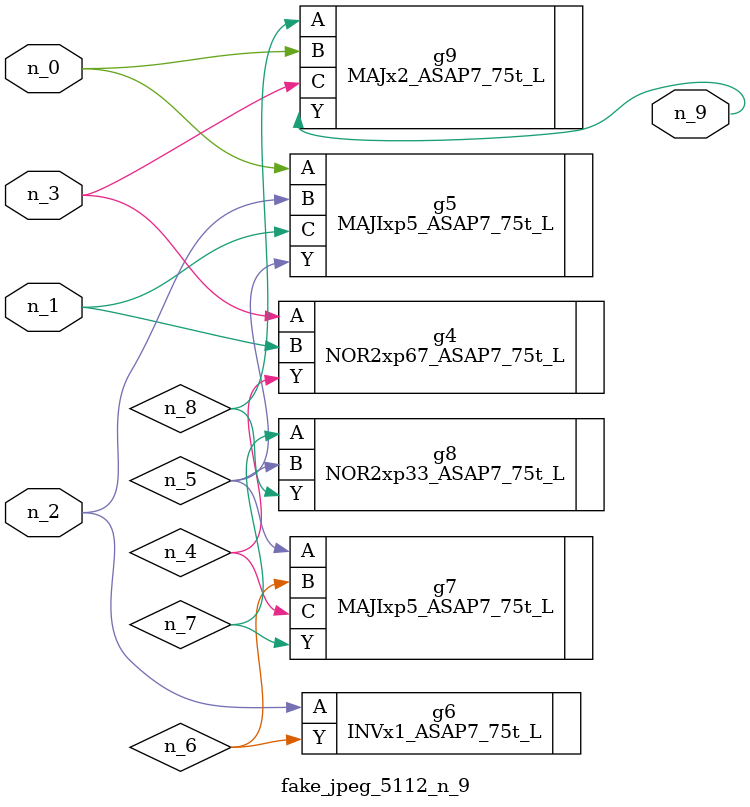
<source format=v>
module fake_jpeg_5112_n_9 (n_0, n_3, n_2, n_1, n_9);

input n_0;
input n_3;
input n_2;
input n_1;

output n_9;

wire n_4;
wire n_8;
wire n_6;
wire n_5;
wire n_7;

NOR2xp67_ASAP7_75t_L g4 ( 
.A(n_3),
.B(n_1),
.Y(n_4)
);

MAJIxp5_ASAP7_75t_L g5 ( 
.A(n_0),
.B(n_2),
.C(n_1),
.Y(n_5)
);

INVx1_ASAP7_75t_L g6 ( 
.A(n_2),
.Y(n_6)
);

MAJIxp5_ASAP7_75t_L g7 ( 
.A(n_5),
.B(n_6),
.C(n_4),
.Y(n_7)
);

NOR2xp33_ASAP7_75t_L g8 ( 
.A(n_7),
.B(n_5),
.Y(n_8)
);

MAJx2_ASAP7_75t_L g9 ( 
.A(n_8),
.B(n_0),
.C(n_3),
.Y(n_9)
);


endmodule
</source>
